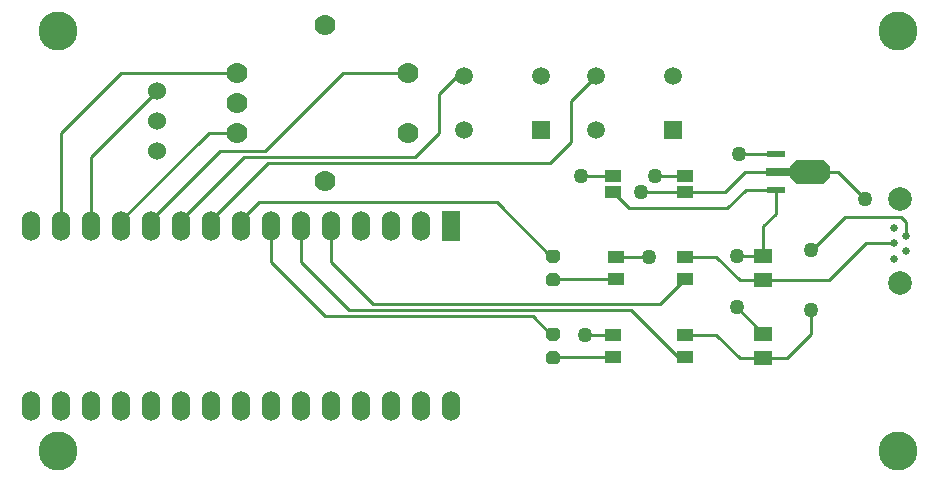
<source format=gtl>
G04 Layer_Physical_Order=1*
G04 Layer_Color=25308*
%FSLAX25Y25*%
%MOIN*%
G70*
G01*
G75*
%ADD10R,0.06299X0.02362*%
%ADD11R,0.05315X0.04331*%
%ADD12R,0.05709X0.04134*%
%ADD13R,0.06102X0.04921*%
G04:AMPARAMS|DCode=14|XSize=47.24mil|YSize=43.31mil|CornerRadius=0mil|HoleSize=0mil|Usage=FLASHONLY|Rotation=0.000|XOffset=0mil|YOffset=0mil|HoleType=Round|Shape=Octagon|*
%AMOCTAGOND14*
4,1,8,0.02362,-0.01083,0.02362,0.01083,0.01280,0.02165,-0.01280,0.02165,-0.02362,0.01083,-0.02362,-0.01083,-0.01280,-0.02165,0.01280,-0.02165,0.02362,-0.01083,0.0*
%
%ADD14OCTAGOND14*%

%ADD15R,0.03150X0.03150*%
G04:AMPARAMS|DCode=16|XSize=78.74mil|YSize=133.86mil|CornerRadius=0mil|HoleSize=0mil|Usage=FLASHONLY|Rotation=90.000|XOffset=0mil|YOffset=0mil|HoleType=Round|Shape=Octagon|*
%AMOCTAGOND16*
4,1,8,-0.06693,-0.01969,-0.06693,0.01969,-0.04724,0.03937,0.04724,0.03937,0.06693,0.01969,0.06693,-0.01969,0.04724,-0.03937,-0.04724,-0.03937,-0.06693,-0.01969,0.0*
%
%ADD16OCTAGOND16*%

%ADD17R,0.07874X0.02756*%
%ADD18C,0.01000*%
%ADD19C,0.07000*%
%ADD20C,0.06000*%
%ADD21C,0.05906*%
%ADD22R,0.05906X0.05906*%
%ADD23C,0.13000*%
%ADD24R,0.06000X0.10000*%
%ADD25O,0.06000X0.10000*%
%ADD26C,0.07874*%
%ADD27C,0.02500*%
%ADD28C,0.05000*%
D10*
X454126Y513906D02*
D03*
Y502094D02*
D03*
D11*
X424000Y506756D02*
D03*
X400000D02*
D03*
X424000Y501244D02*
D03*
X400000D02*
D03*
D12*
X401000Y479642D02*
D03*
X400000Y453642D02*
D03*
Y446358D02*
D03*
X401000Y472358D02*
D03*
X424000Y479642D02*
D03*
Y472358D02*
D03*
Y453642D02*
D03*
Y446358D02*
D03*
D13*
X450000Y480035D02*
D03*
Y454035D02*
D03*
Y471965D02*
D03*
Y445965D02*
D03*
D14*
X380000Y445866D02*
D03*
Y454134D02*
D03*
X380000Y471866D02*
D03*
Y480134D02*
D03*
D15*
X380000Y446850D02*
D03*
Y453150D02*
D03*
X380000Y472850D02*
D03*
Y479150D02*
D03*
D16*
X465543Y508000D02*
D03*
D17*
X454913D02*
D03*
D18*
X465543D02*
X474918D01*
X484000Y498918D01*
X466222Y482000D02*
X477222Y493000D01*
X496000D01*
X497537Y491463D01*
Y486759D02*
Y491463D01*
X441035Y480035D02*
X450000D01*
X441035Y463000D02*
X450000Y454035D01*
X409244Y501244D02*
X424000D01*
X390642Y453642D02*
X400000D01*
X399642Y454000D02*
X400000Y453642D01*
X401000Y479642D02*
X411858D01*
X413744Y506756D02*
X424000D01*
X441906Y513906D02*
X454126D01*
X389256Y506756D02*
X400000D01*
X216000Y521000D02*
X235842Y540842D01*
X216000Y492000D02*
Y521000D01*
X214000Y490000D02*
X216000Y492000D01*
X226000Y513000D02*
X248000Y535000D01*
X226000Y492000D02*
Y513000D01*
X224000Y490000D02*
X226000Y492000D01*
X304000Y490000D02*
X306000Y488000D01*
Y478000D02*
Y488000D01*
Y478000D02*
X320000Y464000D01*
X294000Y490000D02*
X296000Y488000D01*
Y478000D02*
Y488000D01*
Y478000D02*
X312000Y462000D01*
X284000Y490000D02*
X286000Y488000D01*
Y478000D02*
Y488000D01*
Y478000D02*
X304000Y460000D01*
X373150D02*
X380000Y453150D01*
X304000Y460000D02*
X373150D01*
X450000Y445965D02*
X457965D01*
X466000Y454000D01*
Y462000D01*
X450000Y471965D02*
X471965D01*
X484311Y484311D01*
X493555D01*
X334000Y513000D02*
X342000Y521000D01*
Y534000D01*
X347858Y539858D01*
X350205D01*
X454913Y508000D02*
X465543D01*
X235842Y540842D02*
X274472D01*
X234000Y490000D02*
X265158Y521158D01*
X274472D01*
X244000Y490000D02*
X269000Y515000D01*
X284000D01*
X309842Y540842D01*
X331559D01*
X254000Y490000D02*
X277000Y513000D01*
X334000D01*
X264000Y490000D02*
X285000Y511000D01*
X379000D01*
X386000Y518000D01*
Y531653D01*
X394205Y539858D01*
X361150Y498000D02*
X380000Y479150D01*
X274000Y490000D02*
X282000Y498000D01*
X361150D01*
X380000Y472850D02*
X380492Y472358D01*
X401000D01*
X380000Y446850D02*
X380492Y446358D01*
X400000D01*
X312000Y462000D02*
X406000D01*
X421642Y446358D01*
X424000D01*
X320000Y464000D02*
X415642D01*
X424000Y472358D01*
X400000Y501244D02*
X405244Y496000D01*
X438000D01*
X444094Y502094D01*
X454126D01*
X424000Y501244D02*
X437244D01*
X444000Y508000D01*
X454913D01*
X450000Y480035D02*
Y490000D01*
X454126Y494126D01*
Y502094D01*
X424000Y479642D02*
X434358D01*
X442035Y471965D01*
X450000D01*
X424000Y453642D02*
X434358D01*
X442035Y445965D01*
X450000D01*
D19*
X274472Y540842D02*
D03*
Y531000D02*
D03*
Y521158D02*
D03*
X331559Y540842D02*
D03*
Y521158D02*
D03*
X304000Y556984D02*
D03*
Y505016D02*
D03*
D20*
X248000Y525000D02*
D03*
Y515000D02*
D03*
Y535000D02*
D03*
D21*
X375795Y539858D02*
D03*
X350205D02*
D03*
Y522142D02*
D03*
X419795Y539858D02*
D03*
X394205D02*
D03*
Y522142D02*
D03*
D22*
X375795Y522142D02*
D03*
X419795Y522142D02*
D03*
D23*
X215000Y555000D02*
D03*
Y415000D02*
D03*
X495000D02*
D03*
Y555000D02*
D03*
D24*
X346000Y490000D02*
D03*
D25*
X336000D02*
D03*
X326000D02*
D03*
X346000Y430000D02*
D03*
X316000Y490000D02*
D03*
X306000D02*
D03*
X296000D02*
D03*
X286000D02*
D03*
X276000D02*
D03*
X266000D02*
D03*
X256000D02*
D03*
X246000D02*
D03*
X236000D02*
D03*
X226000D02*
D03*
X216000D02*
D03*
X206000D02*
D03*
Y430000D02*
D03*
X216000D02*
D03*
X226000D02*
D03*
X236000D02*
D03*
X246000D02*
D03*
X256000D02*
D03*
X266000D02*
D03*
X276000D02*
D03*
X286000D02*
D03*
X296000D02*
D03*
X306000D02*
D03*
X316000D02*
D03*
X326000D02*
D03*
X336000D02*
D03*
D26*
X495626Y499000D02*
D03*
Y470850D02*
D03*
D27*
X493600Y484200D02*
D03*
Y479082D02*
D03*
Y489318D02*
D03*
X497537Y481641D02*
D03*
Y486759D02*
D03*
D28*
X484000Y498918D02*
D03*
X441035Y480035D02*
D03*
Y463000D02*
D03*
X409244Y501244D02*
D03*
X390642Y453642D02*
D03*
X411858Y479642D02*
D03*
X413744Y506756D02*
D03*
X441906Y513906D02*
D03*
X389256Y506756D02*
D03*
X466000Y462000D02*
D03*
Y482000D02*
D03*
M02*

</source>
